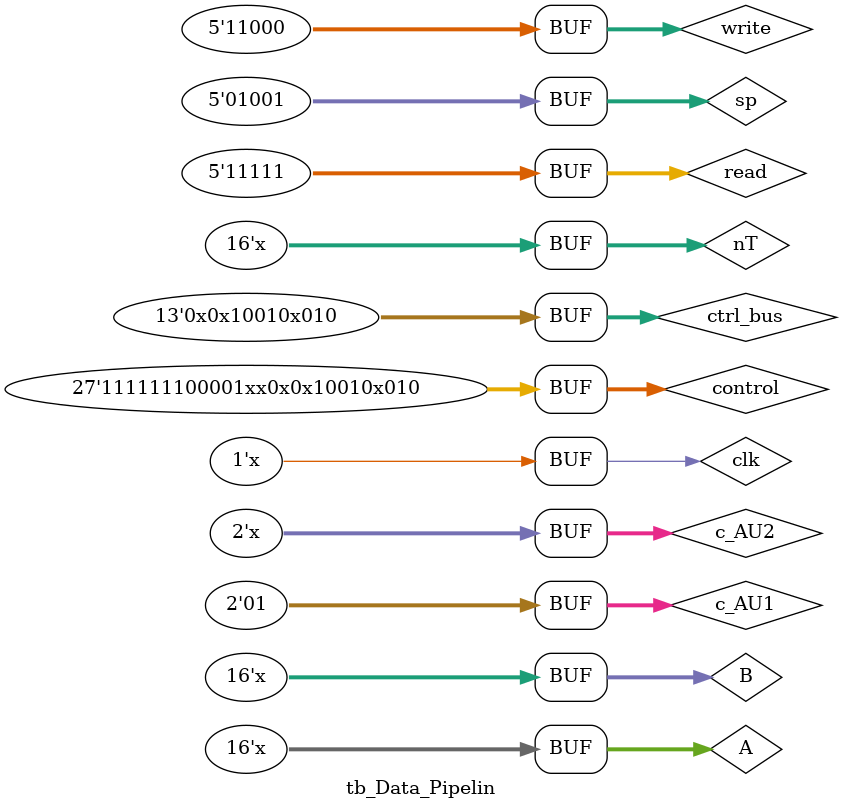
<source format=v>

`timescale 1ns/1ns
module tb_Data_Pipelin();	
	parameter T_clk = 2;
	reg signed [15:0] A, B; reg[15:0] nT;
	reg clk;
	reg[4:0] read, write;
	reg[1:0] c_AU1, c_AU2;
	reg[12:0] ctrl_bus;
	reg signed[4:0] top, bot, sp;
	wire[26:0] control;
	wire signed[15:0] OUT;
	
	assign control[26:0] = {read, write, c_AU1, c_AU2, ctrl_bus};
	
	initial begin
		clk = 0; nT = 0;
		top = 0;
		bot = 4'bx;
		A = 77; B = -50;
		end
	always #1 clk = ~clk;
	
	always begin
		#T_clk
				top = top  + 1; nT = nT + 1; bot = bot + 1;
				if(top == 5) begin
							top = 0;
							bot = 5;
							A = 77 * nT;
							B = -50 * nT;
							end
				if(bot == 9) bot = 4'bx;			
		end
		
	always begin 
			#0  sp = 0;  // S0_pipeli
			read = 5'b11111; write = 5'b10011; c_AU1 = 2'bxx; c_AU2 = 2'b00; ctrl_bus = 13'b01010x1010010; 
	
			#2  sp = 1;      A = 16'bx; B = 16'bx;
			read = 5'b11111; write = 5'b10001; c_AU1 = 2'b00; c_AU2 = 2'b01; ctrl_bus = 13'b100x011001100; 
		
			#2 sp = 2;
			read = 5'b11111; write = 5'b10010; c_AU1 = 2'b00; c_AU2 = 2'b10; ctrl_bus = 13'b0x10101010010; 
		
			#2 sp = 3;
			read = 5'b11111; write = 5'b00100; c_AU1 = 2'b10; c_AU2 = 2'bxx; ctrl_bus = 13'b0x0x100x0x0x1; 
			
			#2 sp = 4;
			read = 5'b11111; write = 5'b11000; c_AU1 = 2'b01; c_AU2 = 2'bxx; ctrl_bus = 13'b0x0x10010x0x0; 
			
			
			#2 sp = 5;  
			read = 5'b11111; write = 5'b10011; c_AU1 = 2'bxx; c_AU2 = 2'b0; ctrl_bus = 13'b01010x1010010; 
			
			#2 sp = 6;          A = 16'bx; B = 16'bx;
			read = 5'b11111; write = 5'b10001; c_AU1 = 2'b00; c_AU2 = 2'b01; ctrl_bus = 13'b100x011001100; 
			
			#2 sp =7;
			read = 5'b11111; write = 5'b10010; c_AU1 = 2'b00; c_AU2 = 2'b10; ctrl_bus = 13'b0x10101010010; 
			
			#2 sp = 8;
			read = 5'b11111; write = 5'b00100; c_AU1 = 2'b10; c_AU2 = 2'bxx; ctrl_bus = 13'b0x0x100x0x0x1; 
			
			#2 sp = 9;
			read = 5'b11111; write = 5'b11000; c_AU1 = 2'b01; c_AU2 = 2'bxx; ctrl_bus = 13'b0x0x10010x010; #2 ;
			
		end
		
	Data_Pipelin datapath(.OUT(OUT), .In0(A), .In1(B), .Control(control), .clk(clk));	
	
endmodule

		

</source>
